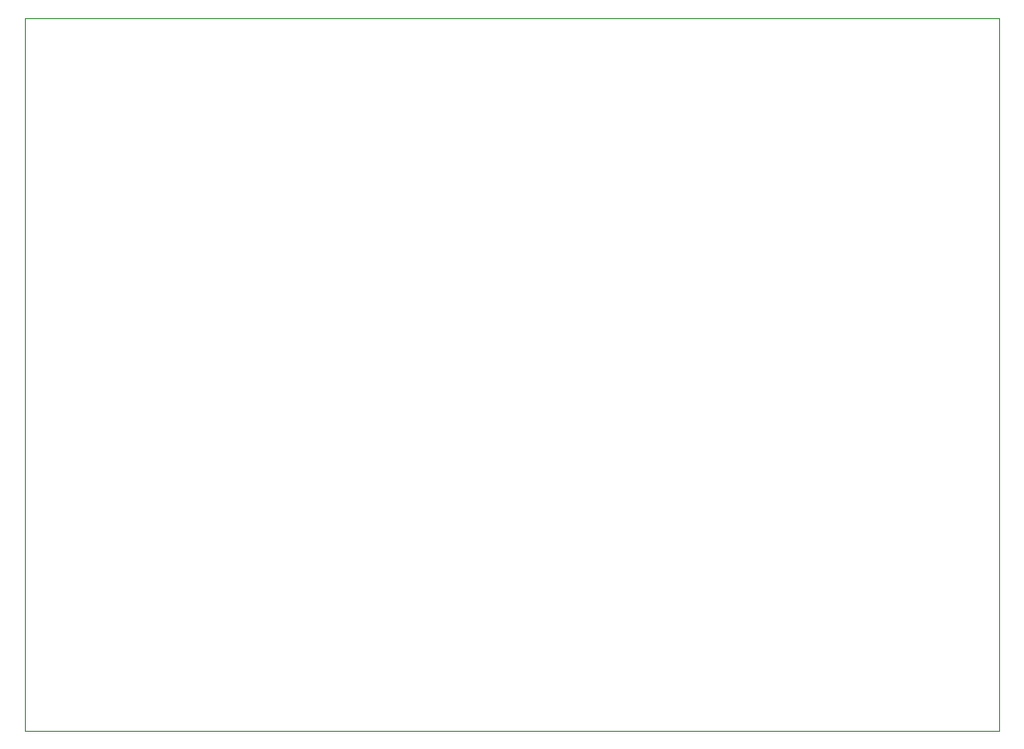
<source format=gm1>
%TF.GenerationSoftware,KiCad,Pcbnew,9.0.1*%
%TF.CreationDate,2025-05-02T17:21:36+07:00*%
%TF.ProjectId,LCD-50-bias-supply,4c43442d-3530-42d6-9269-61732d737570,rev?*%
%TF.SameCoordinates,Original*%
%TF.FileFunction,Profile,NP*%
%FSLAX45Y45*%
G04 Gerber Fmt 4.5, Leading zero omitted, Abs format (unit mm)*
G04 Created by KiCad (PCBNEW 9.0.1) date 2025-05-02 17:21:36*
%MOMM*%
%LPD*%
G01*
G04 APERTURE LIST*
%TA.AperFunction,Profile*%
%ADD10C,0.050000*%
%TD*%
G04 APERTURE END LIST*
D10*
X9998480Y-6223000D02*
X18619240Y-6223000D01*
X18619240Y-12534900D01*
X9998480Y-12534900D01*
X9998480Y-6223000D01*
M02*

</source>
